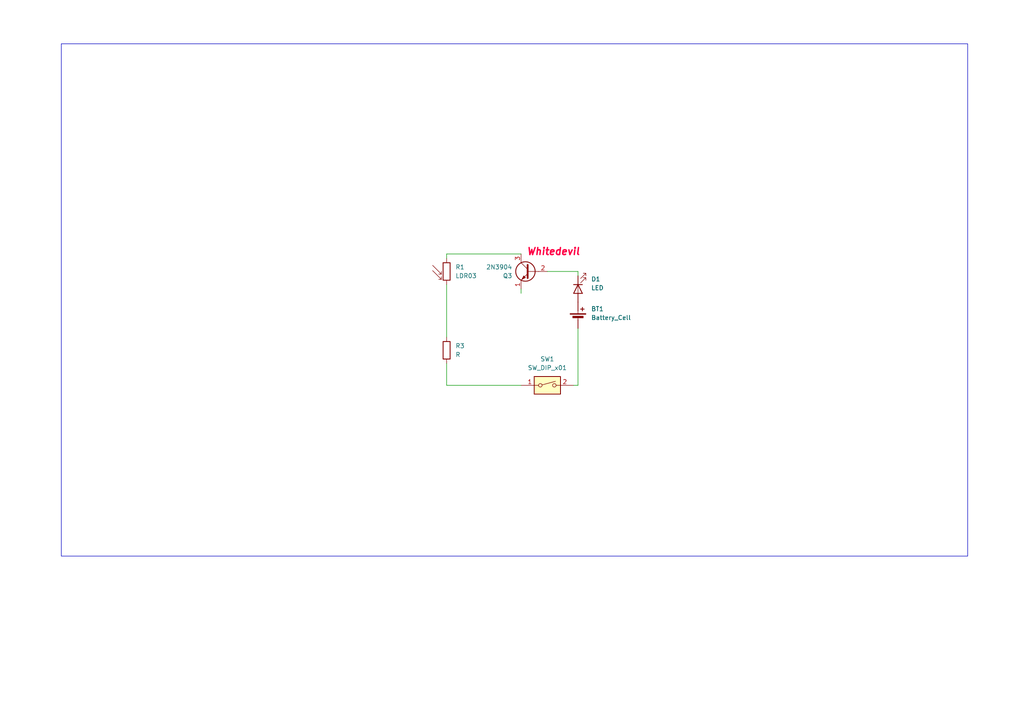
<source format=kicad_sch>
(kicad_sch
	(version 20250114)
	(generator "eeschema")
	(generator_version "9.0")
	(uuid "e93bdb28-de99-46d8-ada7-c485d5404e75")
	(paper "A4")
	(lib_symbols
		(symbol "Device:Battery_Cell"
			(pin_numbers
				(hide yes)
			)
			(pin_names
				(offset 0)
				(hide yes)
			)
			(exclude_from_sim no)
			(in_bom yes)
			(on_board yes)
			(property "Reference" "BT"
				(at 2.54 2.54 0)
				(effects
					(font
						(size 1.27 1.27)
					)
					(justify left)
				)
			)
			(property "Value" "Battery_Cell"
				(at 2.54 0 0)
				(effects
					(font
						(size 1.27 1.27)
					)
					(justify left)
				)
			)
			(property "Footprint" ""
				(at 0 1.524 90)
				(effects
					(font
						(size 1.27 1.27)
					)
					(hide yes)
				)
			)
			(property "Datasheet" "~"
				(at 0 1.524 90)
				(effects
					(font
						(size 1.27 1.27)
					)
					(hide yes)
				)
			)
			(property "Description" "Single-cell battery"
				(at 0 0 0)
				(effects
					(font
						(size 1.27 1.27)
					)
					(hide yes)
				)
			)
			(property "ki_keywords" "battery cell"
				(at 0 0 0)
				(effects
					(font
						(size 1.27 1.27)
					)
					(hide yes)
				)
			)
			(symbol "Battery_Cell_0_1"
				(rectangle
					(start -2.286 1.778)
					(end 2.286 1.524)
					(stroke
						(width 0)
						(type default)
					)
					(fill
						(type outline)
					)
				)
				(rectangle
					(start -1.524 1.016)
					(end 1.524 0.508)
					(stroke
						(width 0)
						(type default)
					)
					(fill
						(type outline)
					)
				)
				(polyline
					(pts
						(xy 0 1.778) (xy 0 2.54)
					)
					(stroke
						(width 0)
						(type default)
					)
					(fill
						(type none)
					)
				)
				(polyline
					(pts
						(xy 0 0.762) (xy 0 0)
					)
					(stroke
						(width 0)
						(type default)
					)
					(fill
						(type none)
					)
				)
				(polyline
					(pts
						(xy 0.762 3.048) (xy 1.778 3.048)
					)
					(stroke
						(width 0.254)
						(type default)
					)
					(fill
						(type none)
					)
				)
				(polyline
					(pts
						(xy 1.27 3.556) (xy 1.27 2.54)
					)
					(stroke
						(width 0.254)
						(type default)
					)
					(fill
						(type none)
					)
				)
			)
			(symbol "Battery_Cell_1_1"
				(pin passive line
					(at 0 5.08 270)
					(length 2.54)
					(name "+"
						(effects
							(font
								(size 1.27 1.27)
							)
						)
					)
					(number "1"
						(effects
							(font
								(size 1.27 1.27)
							)
						)
					)
				)
				(pin passive line
					(at 0 -2.54 90)
					(length 2.54)
					(name "-"
						(effects
							(font
								(size 1.27 1.27)
							)
						)
					)
					(number "2"
						(effects
							(font
								(size 1.27 1.27)
							)
						)
					)
				)
			)
			(embedded_fonts no)
		)
		(symbol "Device:LED"
			(pin_numbers
				(hide yes)
			)
			(pin_names
				(offset 1.016)
				(hide yes)
			)
			(exclude_from_sim no)
			(in_bom yes)
			(on_board yes)
			(property "Reference" "D"
				(at 0 2.54 0)
				(effects
					(font
						(size 1.27 1.27)
					)
				)
			)
			(property "Value" "LED"
				(at 0 -2.54 0)
				(effects
					(font
						(size 1.27 1.27)
					)
				)
			)
			(property "Footprint" ""
				(at 0 0 0)
				(effects
					(font
						(size 1.27 1.27)
					)
					(hide yes)
				)
			)
			(property "Datasheet" "~"
				(at 0 0 0)
				(effects
					(font
						(size 1.27 1.27)
					)
					(hide yes)
				)
			)
			(property "Description" "Light emitting diode"
				(at 0 0 0)
				(effects
					(font
						(size 1.27 1.27)
					)
					(hide yes)
				)
			)
			(property "Sim.Pins" "1=K 2=A"
				(at 0 0 0)
				(effects
					(font
						(size 1.27 1.27)
					)
					(hide yes)
				)
			)
			(property "ki_keywords" "LED diode"
				(at 0 0 0)
				(effects
					(font
						(size 1.27 1.27)
					)
					(hide yes)
				)
			)
			(property "ki_fp_filters" "LED* LED_SMD:* LED_THT:*"
				(at 0 0 0)
				(effects
					(font
						(size 1.27 1.27)
					)
					(hide yes)
				)
			)
			(symbol "LED_0_1"
				(polyline
					(pts
						(xy -3.048 -0.762) (xy -4.572 -2.286) (xy -3.81 -2.286) (xy -4.572 -2.286) (xy -4.572 -1.524)
					)
					(stroke
						(width 0)
						(type default)
					)
					(fill
						(type none)
					)
				)
				(polyline
					(pts
						(xy -1.778 -0.762) (xy -3.302 -2.286) (xy -2.54 -2.286) (xy -3.302 -2.286) (xy -3.302 -1.524)
					)
					(stroke
						(width 0)
						(type default)
					)
					(fill
						(type none)
					)
				)
				(polyline
					(pts
						(xy -1.27 0) (xy 1.27 0)
					)
					(stroke
						(width 0)
						(type default)
					)
					(fill
						(type none)
					)
				)
				(polyline
					(pts
						(xy -1.27 -1.27) (xy -1.27 1.27)
					)
					(stroke
						(width 0.254)
						(type default)
					)
					(fill
						(type none)
					)
				)
				(polyline
					(pts
						(xy 1.27 -1.27) (xy 1.27 1.27) (xy -1.27 0) (xy 1.27 -1.27)
					)
					(stroke
						(width 0.254)
						(type default)
					)
					(fill
						(type none)
					)
				)
			)
			(symbol "LED_1_1"
				(pin passive line
					(at -3.81 0 0)
					(length 2.54)
					(name "K"
						(effects
							(font
								(size 1.27 1.27)
							)
						)
					)
					(number "1"
						(effects
							(font
								(size 1.27 1.27)
							)
						)
					)
				)
				(pin passive line
					(at 3.81 0 180)
					(length 2.54)
					(name "A"
						(effects
							(font
								(size 1.27 1.27)
							)
						)
					)
					(number "2"
						(effects
							(font
								(size 1.27 1.27)
							)
						)
					)
				)
			)
			(embedded_fonts no)
		)
		(symbol "Device:R"
			(pin_numbers
				(hide yes)
			)
			(pin_names
				(offset 0)
			)
			(exclude_from_sim no)
			(in_bom yes)
			(on_board yes)
			(property "Reference" "R"
				(at 2.032 0 90)
				(effects
					(font
						(size 1.27 1.27)
					)
				)
			)
			(property "Value" "R"
				(at 0 0 90)
				(effects
					(font
						(size 1.27 1.27)
					)
				)
			)
			(property "Footprint" ""
				(at -1.778 0 90)
				(effects
					(font
						(size 1.27 1.27)
					)
					(hide yes)
				)
			)
			(property "Datasheet" "~"
				(at 0 0 0)
				(effects
					(font
						(size 1.27 1.27)
					)
					(hide yes)
				)
			)
			(property "Description" "Resistor"
				(at 0 0 0)
				(effects
					(font
						(size 1.27 1.27)
					)
					(hide yes)
				)
			)
			(property "ki_keywords" "R res resistor"
				(at 0 0 0)
				(effects
					(font
						(size 1.27 1.27)
					)
					(hide yes)
				)
			)
			(property "ki_fp_filters" "R_*"
				(at 0 0 0)
				(effects
					(font
						(size 1.27 1.27)
					)
					(hide yes)
				)
			)
			(symbol "R_0_1"
				(rectangle
					(start -1.016 -2.54)
					(end 1.016 2.54)
					(stroke
						(width 0.254)
						(type default)
					)
					(fill
						(type none)
					)
				)
			)
			(symbol "R_1_1"
				(pin passive line
					(at 0 3.81 270)
					(length 1.27)
					(name "~"
						(effects
							(font
								(size 1.27 1.27)
							)
						)
					)
					(number "1"
						(effects
							(font
								(size 1.27 1.27)
							)
						)
					)
				)
				(pin passive line
					(at 0 -3.81 90)
					(length 1.27)
					(name "~"
						(effects
							(font
								(size 1.27 1.27)
							)
						)
					)
					(number "2"
						(effects
							(font
								(size 1.27 1.27)
							)
						)
					)
				)
			)
			(embedded_fonts no)
		)
		(symbol "Sensor_Optical:LDR03"
			(pin_numbers
				(hide yes)
			)
			(pin_names
				(offset 0)
			)
			(exclude_from_sim no)
			(in_bom yes)
			(on_board yes)
			(property "Reference" "R"
				(at -5.08 0 90)
				(effects
					(font
						(size 1.27 1.27)
					)
				)
			)
			(property "Value" "LDR03"
				(at 1.905 0 90)
				(effects
					(font
						(size 1.27 1.27)
					)
					(justify top)
				)
			)
			(property "Footprint" "OptoDevice:R_LDR_10x8.5mm_P7.6mm_Vertical"
				(at 4.445 0 90)
				(effects
					(font
						(size 1.27 1.27)
					)
					(hide yes)
				)
			)
			(property "Datasheet" "http://www.elektronica-componenten.nl/WebRoot/StoreNL/Shops/61422969/54F1/BA0C/C664/31B9/2173/C0A8/2AB9/2AEF/LDR03IMP.pdf"
				(at 0 -1.27 0)
				(effects
					(font
						(size 1.27 1.27)
					)
					(hide yes)
				)
			)
			(property "Description" "light dependent resistor"
				(at 0 0 0)
				(effects
					(font
						(size 1.27 1.27)
					)
					(hide yes)
				)
			)
			(property "ki_keywords" "light dependent photo resistor LDR"
				(at 0 0 0)
				(effects
					(font
						(size 1.27 1.27)
					)
					(hide yes)
				)
			)
			(property "ki_fp_filters" "R*LDR*10x8.5mm*P7.6mm*"
				(at 0 0 0)
				(effects
					(font
						(size 1.27 1.27)
					)
					(hide yes)
				)
			)
			(symbol "LDR03_0_1"
				(polyline
					(pts
						(xy -1.524 -0.762) (xy -4.064 1.778)
					)
					(stroke
						(width 0)
						(type default)
					)
					(fill
						(type none)
					)
				)
				(polyline
					(pts
						(xy -1.524 -0.762) (xy -2.286 -0.762)
					)
					(stroke
						(width 0)
						(type default)
					)
					(fill
						(type none)
					)
				)
				(polyline
					(pts
						(xy -1.524 -0.762) (xy -1.524 0)
					)
					(stroke
						(width 0)
						(type default)
					)
					(fill
						(type none)
					)
				)
				(polyline
					(pts
						(xy -1.524 -2.286) (xy -4.064 0.254)
					)
					(stroke
						(width 0)
						(type default)
					)
					(fill
						(type none)
					)
				)
				(polyline
					(pts
						(xy -1.524 -2.286) (xy -2.286 -2.286)
					)
					(stroke
						(width 0)
						(type default)
					)
					(fill
						(type none)
					)
				)
				(polyline
					(pts
						(xy -1.524 -2.286) (xy -1.524 -1.524)
					)
					(stroke
						(width 0)
						(type default)
					)
					(fill
						(type none)
					)
				)
				(rectangle
					(start -1.016 2.54)
					(end 1.016 -2.54)
					(stroke
						(width 0.254)
						(type default)
					)
					(fill
						(type none)
					)
				)
			)
			(symbol "LDR03_1_1"
				(pin passive line
					(at 0 3.81 270)
					(length 1.27)
					(name "~"
						(effects
							(font
								(size 1.27 1.27)
							)
						)
					)
					(number "1"
						(effects
							(font
								(size 1.27 1.27)
							)
						)
					)
				)
				(pin passive line
					(at 0 -3.81 90)
					(length 1.27)
					(name "~"
						(effects
							(font
								(size 1.27 1.27)
							)
						)
					)
					(number "2"
						(effects
							(font
								(size 1.27 1.27)
							)
						)
					)
				)
			)
			(embedded_fonts no)
		)
		(symbol "Switch:SW_DIP_x01"
			(pin_names
				(offset 0)
				(hide yes)
			)
			(exclude_from_sim no)
			(in_bom yes)
			(on_board yes)
			(property "Reference" "SW"
				(at 0 3.81 0)
				(effects
					(font
						(size 1.27 1.27)
					)
				)
			)
			(property "Value" "SW_DIP_x01"
				(at 0 -3.81 0)
				(effects
					(font
						(size 1.27 1.27)
					)
				)
			)
			(property "Footprint" ""
				(at 0 0 0)
				(effects
					(font
						(size 1.27 1.27)
					)
					(hide yes)
				)
			)
			(property "Datasheet" "~"
				(at 0 0 0)
				(effects
					(font
						(size 1.27 1.27)
					)
					(hide yes)
				)
			)
			(property "Description" "1x DIP Switch, Single Pole Single Throw (SPST) switch, small symbol"
				(at 0 0 0)
				(effects
					(font
						(size 1.27 1.27)
					)
					(hide yes)
				)
			)
			(property "ki_keywords" "dip switch"
				(at 0 0 0)
				(effects
					(font
						(size 1.27 1.27)
					)
					(hide yes)
				)
			)
			(property "ki_fp_filters" "SW?DIP?x1*"
				(at 0 0 0)
				(effects
					(font
						(size 1.27 1.27)
					)
					(hide yes)
				)
			)
			(symbol "SW_DIP_x01_0_0"
				(circle
					(center -2.032 0)
					(radius 0.508)
					(stroke
						(width 0)
						(type default)
					)
					(fill
						(type none)
					)
				)
				(polyline
					(pts
						(xy -1.524 0.127) (xy 2.3622 1.1684)
					)
					(stroke
						(width 0)
						(type default)
					)
					(fill
						(type none)
					)
				)
				(circle
					(center 2.032 0)
					(radius 0.508)
					(stroke
						(width 0)
						(type default)
					)
					(fill
						(type none)
					)
				)
			)
			(symbol "SW_DIP_x01_0_1"
				(rectangle
					(start -3.81 2.54)
					(end 3.81 -2.54)
					(stroke
						(width 0.254)
						(type default)
					)
					(fill
						(type background)
					)
				)
			)
			(symbol "SW_DIP_x01_1_1"
				(pin passive line
					(at -7.62 0 0)
					(length 5.08)
					(name "~"
						(effects
							(font
								(size 1.27 1.27)
							)
						)
					)
					(number "1"
						(effects
							(font
								(size 1.27 1.27)
							)
						)
					)
				)
				(pin passive line
					(at 7.62 0 180)
					(length 5.08)
					(name "~"
						(effects
							(font
								(size 1.27 1.27)
							)
						)
					)
					(number "2"
						(effects
							(font
								(size 1.27 1.27)
							)
						)
					)
				)
			)
			(embedded_fonts no)
		)
		(symbol "Transistor_BJT:2N3904"
			(pin_names
				(offset 0)
				(hide yes)
			)
			(exclude_from_sim no)
			(in_bom yes)
			(on_board yes)
			(property "Reference" "Q"
				(at 5.08 1.905 0)
				(effects
					(font
						(size 1.27 1.27)
					)
					(justify left)
				)
			)
			(property "Value" "2N3904"
				(at 5.08 0 0)
				(effects
					(font
						(size 1.27 1.27)
					)
					(justify left)
				)
			)
			(property "Footprint" "Package_TO_SOT_THT:TO-92_Inline"
				(at 5.08 -1.905 0)
				(effects
					(font
						(size 1.27 1.27)
						(italic yes)
					)
					(justify left)
					(hide yes)
				)
			)
			(property "Datasheet" "https://www.onsemi.com/pub/Collateral/2N3903-D.PDF"
				(at 0 0 0)
				(effects
					(font
						(size 1.27 1.27)
					)
					(justify left)
					(hide yes)
				)
			)
			(property "Description" "0.2A Ic, 40V Vce, Small Signal NPN Transistor, TO-92"
				(at 0 0 0)
				(effects
					(font
						(size 1.27 1.27)
					)
					(hide yes)
				)
			)
			(property "ki_keywords" "NPN Transistor"
				(at 0 0 0)
				(effects
					(font
						(size 1.27 1.27)
					)
					(hide yes)
				)
			)
			(property "ki_fp_filters" "TO?92*"
				(at 0 0 0)
				(effects
					(font
						(size 1.27 1.27)
					)
					(hide yes)
				)
			)
			(symbol "2N3904_0_1"
				(polyline
					(pts
						(xy -2.54 0) (xy 0.635 0)
					)
					(stroke
						(width 0)
						(type default)
					)
					(fill
						(type none)
					)
				)
				(polyline
					(pts
						(xy 0.635 1.905) (xy 0.635 -1.905)
					)
					(stroke
						(width 0.508)
						(type default)
					)
					(fill
						(type none)
					)
				)
				(circle
					(center 1.27 0)
					(radius 2.8194)
					(stroke
						(width 0.254)
						(type default)
					)
					(fill
						(type none)
					)
				)
			)
			(symbol "2N3904_1_1"
				(polyline
					(pts
						(xy 0.635 0.635) (xy 2.54 2.54)
					)
					(stroke
						(width 0)
						(type default)
					)
					(fill
						(type none)
					)
				)
				(polyline
					(pts
						(xy 0.635 -0.635) (xy 2.54 -2.54)
					)
					(stroke
						(width 0)
						(type default)
					)
					(fill
						(type none)
					)
				)
				(polyline
					(pts
						(xy 1.27 -1.778) (xy 1.778 -1.27) (xy 2.286 -2.286) (xy 1.27 -1.778)
					)
					(stroke
						(width 0)
						(type default)
					)
					(fill
						(type outline)
					)
				)
				(pin input line
					(at -5.08 0 0)
					(length 2.54)
					(name "B"
						(effects
							(font
								(size 1.27 1.27)
							)
						)
					)
					(number "2"
						(effects
							(font
								(size 1.27 1.27)
							)
						)
					)
				)
				(pin passive line
					(at 2.54 5.08 270)
					(length 2.54)
					(name "C"
						(effects
							(font
								(size 1.27 1.27)
							)
						)
					)
					(number "3"
						(effects
							(font
								(size 1.27 1.27)
							)
						)
					)
				)
				(pin passive line
					(at 2.54 -5.08 90)
					(length 2.54)
					(name "E"
						(effects
							(font
								(size 1.27 1.27)
							)
						)
					)
					(number "1"
						(effects
							(font
								(size 1.27 1.27)
							)
						)
					)
				)
			)
			(embedded_fonts no)
		)
	)
	(rectangle
		(start 17.78 12.7)
		(end 280.67 161.29)
		(stroke
			(width 0)
			(type default)
		)
		(fill
			(type none)
		)
		(uuid 6a691e57-4538-4579-9230-5dd396a8a5ee)
	)
	(text "Whitedevil"
		(exclude_from_sim no)
		(at 160.528 73.152 0)
		(effects
			(font
				(size 2.032 2.032)
				(thickness 0.4064)
				(bold yes)
				(italic yes)
				(color 255 0 65 1)
			)
		)
		(uuid "4479cc0a-f5ea-47d3-afa0-633eec289d3a")
	)
	(wire
		(pts
			(xy 167.64 78.74) (xy 167.64 80.01)
		)
		(stroke
			(width 0)
			(type default)
		)
		(uuid "0f5c3629-6fb7-4eef-bc78-2619734985ab")
	)
	(wire
		(pts
			(xy 129.54 73.66) (xy 151.13 73.66)
		)
		(stroke
			(width 0)
			(type default)
		)
		(uuid "12b32507-adb3-4479-9aa5-457928f65e15")
	)
	(wire
		(pts
			(xy 167.64 95.25) (xy 167.64 111.76)
		)
		(stroke
			(width 0)
			(type default)
		)
		(uuid "1ad29202-7ace-437f-af9a-8838109224c3")
	)
	(wire
		(pts
			(xy 129.54 111.76) (xy 151.13 111.76)
		)
		(stroke
			(width 0)
			(type default)
		)
		(uuid "4029ecf0-16a3-4425-a7cb-e8156ea2e549")
	)
	(wire
		(pts
			(xy 129.54 111.76) (xy 129.54 105.41)
		)
		(stroke
			(width 0)
			(type default)
		)
		(uuid "545d5ee9-6545-4954-8d80-d2946864560a")
	)
	(wire
		(pts
			(xy 158.75 78.74) (xy 167.64 78.74)
		)
		(stroke
			(width 0)
			(type default)
		)
		(uuid "605ca6fa-f2e9-49d0-93f3-fc35bb8a66ec")
	)
	(wire
		(pts
			(xy 129.54 74.93) (xy 129.54 73.66)
		)
		(stroke
			(width 0)
			(type default)
		)
		(uuid "ab254402-8918-4c56-a1fe-3db5d49727a6")
	)
	(wire
		(pts
			(xy 167.64 111.76) (xy 166.37 111.76)
		)
		(stroke
			(width 0)
			(type default)
		)
		(uuid "ac289c66-9201-4dd0-9667-7cce5a21033f")
	)
	(wire
		(pts
			(xy 129.54 82.55) (xy 129.54 97.79)
		)
		(stroke
			(width 0)
			(type default)
		)
		(uuid "bfbbab42-68a0-4a0b-9485-06468f29999c")
	)
	(wire
		(pts
			(xy 151.13 85.09) (xy 151.13 83.82)
		)
		(stroke
			(width 0)
			(type default)
		)
		(uuid "c6215158-4be3-40e9-af2d-a194dfe8fe8e")
	)
	(symbol
		(lib_id "Sensor_Optical:LDR03")
		(at 129.54 78.74 0)
		(unit 1)
		(exclude_from_sim no)
		(in_bom yes)
		(on_board yes)
		(dnp no)
		(fields_autoplaced yes)
		(uuid "1170a647-fd65-456c-83b8-fa4528500aff")
		(property "Reference" "R1"
			(at 132.08 77.4699 0)
			(effects
				(font
					(size 1.27 1.27)
				)
				(justify left)
			)
		)
		(property "Value" "LDR03"
			(at 132.08 80.0099 0)
			(effects
				(font
					(size 1.27 1.27)
				)
				(justify left)
			)
		)
		(property "Footprint" "OptoDevice:R_LDR_7x6mm_P5.1mm_Vertical"
			(at 133.985 78.74 90)
			(effects
				(font
					(size 1.27 1.27)
				)
				(hide yes)
			)
		)
		(property "Datasheet" "http://www.elektronica-componenten.nl/WebRoot/StoreNL/Shops/61422969/54F1/BA0C/C664/31B9/2173/C0A8/2AB9/2AEF/LDR03IMP.pdf"
			(at 129.54 80.01 0)
			(effects
				(font
					(size 1.27 1.27)
				)
				(hide yes)
			)
		)
		(property "Description" "light dependent resistor"
			(at 129.54 78.74 0)
			(effects
				(font
					(size 1.27 1.27)
				)
				(hide yes)
			)
		)
		(pin "1"
			(uuid "05f35317-7b22-49e9-9920-6b0269c3ee4a")
		)
		(pin "2"
			(uuid "26cbca30-9f79-40c0-a6da-4e8040033d03")
		)
		(instances
			(project "PCB 2"
				(path "/e93bdb28-de99-46d8-ada7-c485d5404e75"
					(reference "R1")
					(unit 1)
				)
			)
		)
	)
	(symbol
		(lib_id "Transistor_BJT:2N3904")
		(at 153.67 78.74 0)
		(mirror y)
		(unit 1)
		(exclude_from_sim no)
		(in_bom yes)
		(on_board yes)
		(dnp no)
		(uuid "2ad17cd6-d4cf-429f-85dd-aa1fa9744e35")
		(property "Reference" "Q3"
			(at 148.59 80.0101 0)
			(effects
				(font
					(size 1.27 1.27)
				)
				(justify left)
			)
		)
		(property "Value" "2N3904"
			(at 148.59 77.4701 0)
			(effects
				(font
					(size 1.27 1.27)
				)
				(justify left)
			)
		)
		(property "Footprint" "Package_TO_SOT_THT:TO-92_Inline"
			(at 148.59 80.645 0)
			(effects
				(font
					(size 1.27 1.27)
					(italic yes)
				)
				(justify left)
				(hide yes)
			)
		)
		(property "Datasheet" "https://www.onsemi.com/pub/Collateral/2N3903-D.PDF"
			(at 153.67 78.74 0)
			(effects
				(font
					(size 1.27 1.27)
				)
				(justify left)
				(hide yes)
			)
		)
		(property "Description" "0.2A Ic, 40V Vce, Small Signal NPN Transistor, TO-92"
			(at 153.67 78.74 0)
			(effects
				(font
					(size 1.27 1.27)
				)
				(hide yes)
			)
		)
		(pin "1"
			(uuid "296a75cc-aca8-4726-ae84-4917da779a41")
		)
		(pin "3"
			(uuid "400e7148-5996-49a8-aba3-69aba30560f1")
		)
		(pin "2"
			(uuid "0b692525-2e3a-496f-b464-19f46323ab4d")
		)
		(instances
			(project ""
				(path "/e93bdb28-de99-46d8-ada7-c485d5404e75"
					(reference "Q3")
					(unit 1)
				)
			)
		)
	)
	(symbol
		(lib_id "Device:R")
		(at 129.54 101.6 0)
		(unit 1)
		(exclude_from_sim no)
		(in_bom yes)
		(on_board yes)
		(dnp no)
		(fields_autoplaced yes)
		(uuid "7ca6a6b4-eada-4c81-b7b2-f52f11498b56")
		(property "Reference" "R3"
			(at 132.08 100.3299 0)
			(effects
				(font
					(size 1.27 1.27)
				)
				(justify left)
			)
		)
		(property "Value" "R"
			(at 132.08 102.8699 0)
			(effects
				(font
					(size 1.27 1.27)
				)
				(justify left)
			)
		)
		(property "Footprint" "Resistor_THT:R_Axial_DIN0204_L3.6mm_D1.6mm_P5.08mm_Horizontal"
			(at 127.762 101.6 90)
			(effects
				(font
					(size 1.27 1.27)
				)
				(hide yes)
			)
		)
		(property "Datasheet" "~"
			(at 129.54 101.6 0)
			(effects
				(font
					(size 1.27 1.27)
				)
				(hide yes)
			)
		)
		(property "Description" "Resistor"
			(at 129.54 101.6 0)
			(effects
				(font
					(size 1.27 1.27)
				)
				(hide yes)
			)
		)
		(pin "1"
			(uuid "5b10cf23-4c0d-41e4-a194-834c2f69882b")
		)
		(pin "2"
			(uuid "f8d03bd0-4e7d-468d-abb1-62d8deafcc6d")
		)
		(instances
			(project "PCB 2"
				(path "/e93bdb28-de99-46d8-ada7-c485d5404e75"
					(reference "R3")
					(unit 1)
				)
			)
		)
	)
	(symbol
		(lib_id "Device:Battery_Cell")
		(at 167.64 92.71 0)
		(unit 1)
		(exclude_from_sim no)
		(in_bom yes)
		(on_board yes)
		(dnp no)
		(fields_autoplaced yes)
		(uuid "ae6e2ddc-2f98-4000-a3b0-aff5c53fb9c2")
		(property "Reference" "BT1"
			(at 171.45 89.5984 0)
			(effects
				(font
					(size 1.27 1.27)
				)
				(justify left)
			)
		)
		(property "Value" "Battery_Cell"
			(at 171.45 92.1384 0)
			(effects
				(font
					(size 1.27 1.27)
				)
				(justify left)
			)
		)
		(property "Footprint" "Battery:BatteryHolder_Keystone_3034_1x20mm"
			(at 167.64 91.186 90)
			(effects
				(font
					(size 1.27 1.27)
				)
				(hide yes)
			)
		)
		(property "Datasheet" "~"
			(at 167.64 91.186 90)
			(effects
				(font
					(size 1.27 1.27)
				)
				(hide yes)
			)
		)
		(property "Description" "Single-cell battery"
			(at 167.64 92.71 0)
			(effects
				(font
					(size 1.27 1.27)
				)
				(hide yes)
			)
		)
		(pin "1"
			(uuid "42eaa873-4878-4b2b-a1fd-f88f5d7688b6")
		)
		(pin "2"
			(uuid "132eade0-6748-4e9c-8aec-59d84d54ba1a")
		)
		(instances
			(project "PCB 2"
				(path "/e93bdb28-de99-46d8-ada7-c485d5404e75"
					(reference "BT1")
					(unit 1)
				)
			)
		)
	)
	(symbol
		(lib_id "Device:LED")
		(at 167.64 83.82 90)
		(mirror x)
		(unit 1)
		(exclude_from_sim no)
		(in_bom yes)
		(on_board yes)
		(dnp no)
		(fields_autoplaced yes)
		(uuid "cac16089-4dc1-449d-a0a5-f87bd110b818")
		(property "Reference" "D1"
			(at 171.45 80.9624 90)
			(effects
				(font
					(size 1.27 1.27)
				)
				(justify right)
			)
		)
		(property "Value" "LED"
			(at 171.45 83.5024 90)
			(effects
				(font
					(size 1.27 1.27)
				)
				(justify right)
			)
		)
		(property "Footprint" "LED_THT:LED_D5.0mm"
			(at 167.64 83.82 0)
			(effects
				(font
					(size 1.27 1.27)
				)
				(hide yes)
			)
		)
		(property "Datasheet" "~"
			(at 167.64 83.82 0)
			(effects
				(font
					(size 1.27 1.27)
				)
				(hide yes)
			)
		)
		(property "Description" "Light emitting diode"
			(at 167.64 83.82 0)
			(effects
				(font
					(size 1.27 1.27)
				)
				(hide yes)
			)
		)
		(property "Sim.Pins" "1=K 2=A"
			(at 167.64 83.82 0)
			(effects
				(font
					(size 1.27 1.27)
				)
				(hide yes)
			)
		)
		(pin "2"
			(uuid "ece8ed1d-1697-45bb-a121-ab301c3ba0cd")
		)
		(pin "1"
			(uuid "c709121b-f535-4090-89c6-7881a0cb753b")
		)
		(instances
			(project "PCB 2"
				(path "/e93bdb28-de99-46d8-ada7-c485d5404e75"
					(reference "D1")
					(unit 1)
				)
			)
		)
	)
	(symbol
		(lib_id "Switch:SW_DIP_x01")
		(at 158.75 111.76 0)
		(unit 1)
		(exclude_from_sim no)
		(in_bom yes)
		(on_board yes)
		(dnp no)
		(fields_autoplaced yes)
		(uuid "d285126c-2945-4d7c-96c3-823c98bf4a94")
		(property "Reference" "SW1"
			(at 158.75 104.14 0)
			(effects
				(font
					(size 1.27 1.27)
				)
			)
		)
		(property "Value" "SW_DIP_x01"
			(at 158.75 106.68 0)
			(effects
				(font
					(size 1.27 1.27)
				)
			)
		)
		(property "Footprint" "Button_Switch_THT:SW_PUSH_6mm"
			(at 158.75 111.76 0)
			(effects
				(font
					(size 1.27 1.27)
				)
				(hide yes)
			)
		)
		(property "Datasheet" "~"
			(at 158.75 111.76 0)
			(effects
				(font
					(size 1.27 1.27)
				)
				(hide yes)
			)
		)
		(property "Description" "1x DIP Switch, Single Pole Single Throw (SPST) switch, small symbol"
			(at 158.75 111.76 0)
			(effects
				(font
					(size 1.27 1.27)
				)
				(hide yes)
			)
		)
		(pin "1"
			(uuid "595689a8-e604-44a7-8465-c755e9d4dcac")
		)
		(pin "2"
			(uuid "a0426f11-5f47-4cde-b863-d5a39d54050c")
		)
		(instances
			(project "PCB 2"
				(path "/e93bdb28-de99-46d8-ada7-c485d5404e75"
					(reference "SW1")
					(unit 1)
				)
			)
		)
	)
	(sheet_instances
		(path "/"
			(page "1")
		)
	)
	(embedded_fonts no)
)

</source>
